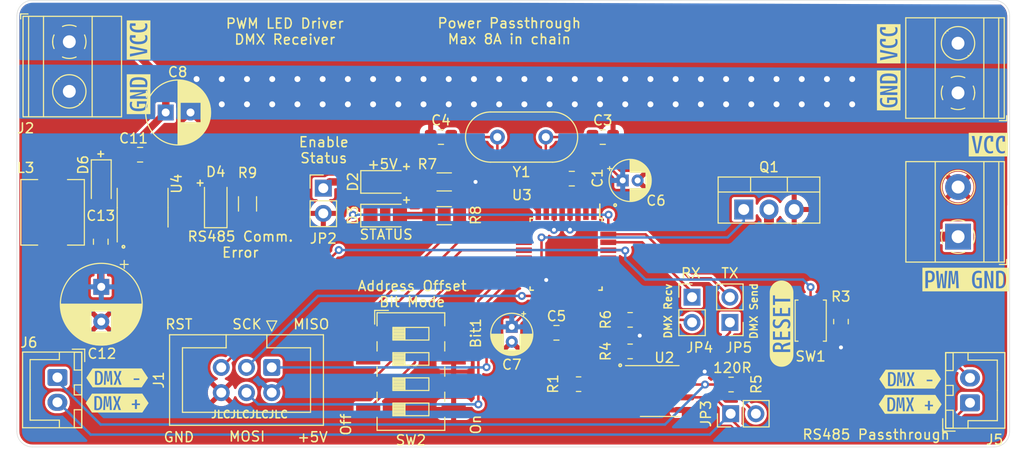
<source format=kicad_pcb>
(kicad_pcb (version 20211014) (generator pcbnew)
  (layers (0 "F.Cu" signal) (31 "B.Cu" signal) (34 "B.Paste" user) (35 "F.Paste" user) (36 "B.SilkS" user "B.Silkscreen") (37 "F.SilkS" user "F.Silkscreen") (38 "B.Mask" user) (39 "F.Mask" user) (44 "Edge.Cuts" user))
  (net 0 "")
  (net 1 "GND")
  (net 2 "VCC")
  (net 3 "LED_PWM")
  (net 4 "+5V")
  (net 5 "MOSI")
  (net 6 "SCK")
  (net 7 "MISO")
  (net 8 "RS485_DIN")
  (net 9 "RS485_DOUT")
  (net 10 "Net-(JP3-Pad2)")
  (net 11 "Net-(D2-Pad2)")
  (net 12 "Net-(D2-Pad1)")
  (net 13 "Net-(D3-Pad2)")
  (net 14 "WORKING")
  (net 15 "RS485_B")
  (net 16 "RS485_A")
  (net 17 "Net-(R4-Pad1)")
  (net 18 "Net-(D4-Pad2)")
  (net 19 "RS485_ERROR")
  (net 20 "RESET")
  (net 21 "B4")
  (net 22 "B3")
  (net 23 "B2")
  (net 24 "B1")
  (net 25 "Net-(D6-Pad1)")
  (net 28 "Net-(C3-Pad1)")
  (net 29 "Net-(C4-Pad2)")
  (net 30 "Net-(JP4-Pad1)")
  (net 31 "Net-(JP5-Pad2)")
  (net 43 "Net-(J4-Pad1)")
  (net 44 "Net-(R1-Pad1)")
  (footprint "Resistor_SMD:R_0805_2012Metric_Pad1.20x1.40mm_HandSolder" (layer "F.Cu") (at 103.01 52.371 90)
    (fp_text reference "R3" (at 2.5235 -0.013 180) (layer "F.SilkS"))
    (fp_text value "10k")
    (pad "1" smd roundrect locked (at -1 0 90) (size 1.2 1.4) (layers "F.Cu" "F.Paste" "F.Mask") (roundrect_rratio 0.2083325) (net 4 "+5V"))
    (pad "2" smd roundrect locked (at 1 0 90) (size 1.2 1.4) (layers "F.Cu" "F.Paste" "F.Mask") (roundrect_rratio 0.2083325) (net 20 "RESET"))
  )
  (footprint "Button_Switch_SMD:SW_Push_SPST_NO_Alps_SKRK" (layer "F.Cu") (at 99.96 52.271 -90)
    (fp_text reference "SW1" (at 3.609 0.011 180) (layer "F.SilkS"))
    (fp_text value "SW_SPST")
    (pad "1" smd roundrect locked (at -2.1 0 270) (size 0.8 2) (layers "F.Cu" "F.Paste" "F.Mask") (net 20 "RESET"))
    (pad "2" smd roundrect locked (at 2.1 0 270) (size 0.8 2) (layers "F.Cu" "F.Paste" "F.Mask") (net 1 "GND"))
  )
  (footprint "Package_QFP:TQFP-32_7x7mm_P0.8mm" (layer "F.Cu") (at 75.32 45.58 -90)
    (fp_text reference "U3" (at -5.956 4.454 180) (layer "F.SilkS"))
    (fp_text value "ATmega328P-AU")
    (pad "1" smd rect locked (at -4.25 -2.8 270) (size 1.6 0.55) (layers "F.Cu" "F.Paste" "F.Mask"))
    (pad "2" smd rect locked (at -4.25 -2 270) (size 1.6 0.55) (layers "F.Cu" "F.Paste" "F.Mask"))
    (pad "3" smd rect locked (at -4.25 -1.2 270) (size 1.6 0.55) (layers "F.Cu" "F.Paste" "F.Mask") (net 1 "GND"))
    (pad "4" smd rect locked (at -4.25 -0.4 270) (size 1.6 0.55) (layers "F.Cu" "F.Paste" "F.Mask") (net 4 "+5V"))
    (pad "5" smd rect locked (at -4.25 0.4 270) (size 1.6 0.55) (layers "F.Cu" "F.Paste" "F.Mask") (net 1 "GND"))
    (pad "6" smd rect locked (at -4.25 1.2 270) (size 1.6 0.55) (layers "F.Cu" "F.Paste" "F.Mask") (net 4 "+5V"))
    (pad "7" smd rect locked (at -4.25 2 270) (size 1.6 0.55) (layers "F.Cu" "F.Paste" "F.Mask") (net 28 "Net-(C3-Pad1)"))
    (pad "8" smd rect locked (at -4.25 2.8 270) (size 1.6 0.55) (layers "F.Cu" "F.Paste" "F.Mask") (net 29 "Net-(C4-Pad2)"))
    (pad "9" smd rect locked (at -2.8 4.25) (size 1.6 0.55) (layers "F.Cu" "F.Paste" "F.Mask") (net 14 "WORKING"))
    (pad "10" smd rect locked (at -2 4.25) (size 1.6 0.55) (layers "F.Cu" "F.Paste" "F.Mask") (net 24 "B1"))
    (pad "11" smd rect locked (at -1.2 4.25) (size 1.6 0.55) (layers "F.Cu" "F.Paste" "F.Mask") (net 23 "B2"))
    (pad "12" smd rect locked (at -0.4 4.25) (size 1.6 0.55) (layers "F.Cu" "F.Paste" "F.Mask") (net 22 "B3"))
    (pad "13" smd rect locked (at 0.4 4.25) (size 1.6 0.55) (layers "F.Cu" "F.Paste" "F.Mask") (net 21 "B4"))
    (pad "14" smd rect locked (at 1.2 4.25) (size 1.6 0.55) (layers "F.Cu" "F.Paste" "F.Mask") (net 3 "LED_PWM"))
    (pad "15" smd rect locked (at 2 4.25) (size 1.6 0.55) (layers "F.Cu" "F.Paste" "F.Mask") (net 5 "MOSI"))
    (pad "16" smd rect locked (at 2.8 4.25) (size 1.6 0.55) (layers "F.Cu" "F.Paste" "F.Mask") (net 7 "MISO"))
    (pad "17" smd rect locked (at 4.25 2.8 270) (size 1.6 0.55) (layers "F.Cu" "F.Paste" "F.Mask") (net 6 "SCK"))
    (pad "18" smd rect locked (at 4.25 2 270) (size 1.6 0.55) (layers "F.Cu" "F.Paste" "F.Mask") (net 4 "+5V"))
    (pad "19" smd rect locked (at 4.25 1.2 270) (size 1.6 0.55) (layers "F.Cu" "F.Paste" "F.Mask"))
    (pad "20" smd rect locked (at 4.25 0.4 270) (size 1.6 0.55) (layers "F.Cu" "F.Paste" "F.Mask"))
    (pad "21" smd rect locked (at 4.25 -0.4 270) (size 1.6 0.55) (layers "F.Cu" "F.Paste" "F.Mask") (net 1 "GND"))
    (pad "22" smd rect locked (at 4.25 -1.2 270) (size 1.6 0.55) (layers "F.Cu" "F.Paste" "F.Mask"))
    (pad "23" smd rect locked (at 4.25 -2 270) (size 1.6 0.55) (layers "F.Cu" "F.Paste" "F.Mask"))
    (pad "24" smd rect locked (at 4.25 -2.8 270) (size 1.6 0.55) (layers "F.Cu" "F.Paste" "F.Mask"))
    (pad "25" smd rect locked (at 2.8 -4.25) (size 1.6 0.55) (layers "F.Cu" "F.Paste" "F.Mask"))
    (pad "26" smd rect locked (at 2 -4.25) (size 1.6 0.55) (layers "F.Cu" "F.Paste" "F.Mask"))
    (pad "27" smd rect locked (at 1.2 -4.25) (size 1.6 0.55) (layers "F.Cu" "F.Paste" "F.Mask"))
    (pad "28" smd rect locked (at 0.4 -4.25) (size 1.6 0.55) (layers "F.Cu" "F.Paste" "F.Mask"))
    (pad "29" smd rect locked (at -0.4 -4.25) (size 1.6 0.55) (layers "F.Cu" "F.Paste" "F.Mask") (net 20 "RESET"))
    (pad "30" smd rect locked (at -1.2 -4.25) (size 1.6 0.55) (layers "F.Cu" "F.Paste" "F.Mask") (net 30 "Net-(JP4-Pad1)"))
    (pad "31" smd rect locked (at -2 -4.25) (size 1.6 0.55) (layers "F.Cu" "F.Paste" "F.Mask") (net 31 "Net-(JP5-Pad2)"))
    (pad "32" smd rect locked (at -2.8 -4.25) (size 1.6 0.55) (layers "F.Cu" "F.Paste" "F.Mask") (net 19 "RS485_ERROR"))
  )
  (footprint "Package_SO:SOIC-8_3.9x4.9mm_P1.27mm" (layer "F.Cu") (at 84.755 59.365)
    (fp_text reference "U2" (at 0.462 -3.358) (layer "F.SilkS"))
    (fp_text value "MAX485E")
    (pad "1" smd roundrect locked (at -2.475 -1.905) (size 1.95 0.6) (layers "F.Cu" "F.Paste" "F.Mask") (net 17 "Net-(R4-Pad1)"))
    (pad "2" smd roundrect locked (at -2.475 -0.635) (size 1.95 0.6) (layers "F.Cu" "F.Paste" "F.Mask") (net 44 "Net-(R1-Pad1)"))
    (pad "3" smd roundrect locked (at -2.475 0.635) (size 1.95 0.6) (layers "F.Cu" "F.Paste" "F.Mask") (net 44 "Net-(R1-Pad1)"))
    (pad "4" smd roundrect locked (at -2.475 1.905) (size 1.95 0.6) (layers "F.Cu" "F.Paste" "F.Mask") (net 8 "RS485_DIN"))
    (pad "5" smd roundrect locked (at 2.475 1.905) (size 1.95 0.6) (layers "F.Cu" "F.Paste" "F.Mask") (net 1 "GND"))
    (pad "6" smd roundrect locked (at 2.475 0.635) (size 1.95 0.6) (layers "F.Cu" "F.Paste" "F.Mask") (net 16 "RS485_A"))
    (pad "7" smd roundrect locked (at 2.475 -0.635) (size 1.95 0.6) (layers "F.Cu" "F.Paste" "F.Mask") (net 15 "RS485_B"))
    (pad "8" smd roundrect locked (at 2.475 -1.905) (size 1.95 0.6) (layers "F.Cu" "F.Paste" "F.Mask") (net 4 "+5V"))
  )
  (footprint "Connector_PinHeader_2.54mm:PinHeader_1x02_P2.54mm_Vertical" (layer "F.Cu") (at 91.9 61.65 90)
    (fp_text reference "JP3" (at 0 -2.492 90) (layer "F.SilkS"))
    (fp_text value "CON")
    (pad "1" thru_hole rect locked (at 0 0 90) (size 1.7 1.7) (drill 1) (layers *.Cu *.Mask) (net 16 "RS485_A"))
    (pad "2" thru_hole oval locked (at 0 2.54 90) (size 1.7 1.7) (drill 1) (layers *.Cu *.Mask) (net 10 "Net-(JP3-Pad2)"))
  )
  (footprint "Connector_JST:JST_XH_B2B-XH-A_1x02_P2.50mm_Vertical" (layer "F.Cu") (at 24.081 58 -90)
    (fp_text reference "J6" (at -3.517 2.872 180) (layer "F.SilkS"))
    (fp_text value "Conn_Right")
    (pad "1" thru_hole roundrect locked (at 0 0 270) (size 1.7 2) (drill 1) (layers *.Cu *.Mask) (roundrect_rratio 0.1470588235) (net 15 "RS485_B"))
    (pad "2" thru_hole oval locked (at 2.5 0 270) (size 1.7 2) (drill 1) (layers *.Cu *.Mask) (net 16 "RS485_A"))
  )
  (footprint "TerminalBlock_Phoenix:TerminalBlock_Phoenix_MKDS-1,5-2_1x02_P5.00mm_Horizontal" (layer "F.Cu") (at 25.28 24.18 -90)
    (fp_text reference "J2" (at 8.713 4.3885 180) (layer "F.SilkS"))
    (fp_text value "PWR_OUT")
    (pad "1" thru_hole rect locked (at 0 0 270) (size 2.6 2.6) (drill 1.3) (layers *.Cu *.Mask) (net 2 "VCC"))
    (pad "2" thru_hole circle locked (at 5 0 270) (size 2.6 2.6) (drill 1.3) (layers *.Cu *.Mask) (net 1 "GND"))
  )
  (footprint "TerminalBlock_Phoenix:TerminalBlock_Phoenix_MKDS-1,5-2_1x02_P5.00mm_Horizontal" (layer "F.Cu") (at 114.8 29.33 90)
    (fp_text reference "J3")
    (fp_text value "PWR_IN")
    (pad "1" thru_hole rect locked (at 0 0 90) (size 2.6 2.6) (drill 1.3) (layers *.Cu *.Mask) (net 1 "GND"))
    (pad "2" thru_hole circle locked (at 5 0 90) (size 2.6 2.6) (drill 1.3) (layers *.Cu *.Mask) (net 2 "VCC"))
  )
  (footprint "Connector_JST:JST_XH_B2B-XH-A_1x02_P2.50mm_Vertical" (layer "F.Cu") (at 116.01 60.55 90)
    (fp_text reference "J5" (at -3.712 2.481 180) (layer "F.SilkS"))
    (fp_text value "Conn_Left")
    (pad "1" thru_hole roundrect locked (at 0 0 90) (size 1.7 2) (drill 1) (layers *.Cu *.Mask) (roundrect_rratio 0.1470588235) (net 16 "RS485_A"))
    (pad "2" thru_hole oval locked (at 2.5 0 90) (size 1.7 2) (drill 1) (layers *.Cu *.Mask) (net 15 "RS485_B"))
  )
  (footprint "Resistor_SMD:R_0805_2012Metric_Pad1.20x1.40mm_HandSolder" (layer "F.Cu") (at 76.581 58.674 180)
    (fp_text reference "R1" (at 2.567 0.0335 90) (layer "F.SilkS"))
    (fp_text value "10K")
    (pad "1" smd roundrect locked (at -1 0 180) (size 1.2 1.4) (layers "F.Cu" "F.Paste" "F.Mask") (roundrect_rratio 0.2083325) (net 44 "Net-(R1-Pad1)"))
    (pad "2" smd roundrect locked (at 1 0 180) (size 1.2 1.4) (layers "F.Cu" "F.Paste" "F.Mask") (roundrect_rratio 0.2083325) (net 1 "GND"))
  )
  (footprint "Resistor_SMD:R_0805_2012Metric_Pad1.20x1.40mm_HandSolder" (layer "F.Cu") (at 91.94 58.71)
    (fp_text reference "R5" (at 2.548 -0.036 90) (layer "F.SilkS"))
    (fp_text value "120R")
    (pad "1" smd roundrect locked (at -1 0) (size 1.2 1.4) (layers "F.Cu" "F.Paste" "F.Mask") (roundrect_rratio 0.2083325) (net 15 "RS485_B"))
    (pad "2" smd roundrect locked (at 1 0) (size 1.2 1.4) (layers "F.Cu" "F.Paste" "F.Mask") (roundrect_rratio 0.2083325) (net 10 "Net-(JP3-Pad2)"))
  )
  (footprint "Capacitor_THT:CP_Radial_D4.0mm_P1.50mm" (layer "F.Cu") (at 81.026 38.1508)
    (fp_text reference "C6" (at 3.3528 2.032) (layer "F.SilkS"))
    (fp_text value "10uF")
    (pad "1" thru_hole rect locked (at 0 0) (size 1.2 1.2) (drill 0.6) (layers *.Cu *.Mask) (net 4 "+5V"))
    (pad "2" thru_hole circle locked (at 1.5 0) (size 1.2 1.2) (drill 0.6) (layers *.Cu *.Mask) (net 1 "GND"))
  )
  (footprint "Capacitor_THT:CP_Radial_D4.0mm_P1.50mm" (layer "F.Cu") (at 69.85 52.9 -90)
    (fp_text reference "C7" (at 3.8055 0 180) (layer "F.SilkS"))
    (fp_text value "10uF")
    (pad "1" thru_hole rect locked (at 0 0 270) (size 1.2 1.2) (drill 0.6) (layers *.Cu *.Mask) (net 4 "+5V"))
    (pad "2" thru_hole circle locked (at 1.5 0 270) (size 1.2 1.2) (drill 0.6) (layers *.Cu *.Mask) (net 1 "GND"))
  )
  (footprint "Resistor_SMD:R_0805_2012Metric_Pad1.20x1.40mm_HandSolder" (layer "F.Cu") (at 81.772 55.372)
    (fp_text reference "R4" (at -2.4615 -0.0045 90) (layer "F.SilkS"))
    (fp_text value "10k")
    (pad "1" smd roundrect locked (at -1 0) (size 1.2 1.4) (layers "F.Cu" "F.Paste" "F.Mask") (roundrect_rratio 0.2083325) (net 17 "Net-(R4-Pad1)"))
    (pad "2" smd roundrect locked (at 1 0) (size 1.2 1.4) (layers "F.Cu" "F.Paste" "F.Mask") (roundrect_rratio 0.2083325) (net 4 "+5V"))
  )
  (footprint "Connector_IDC:IDC-Header_2x03_P2.54mm_Vertical" (layer "F.Cu") (at 45.669 56.9875 -90)
    (fp_text reference "J1" (at 1.27 11.379 -90) (layer "F.SilkS"))
    (fp_text value "Programming_Header")
    (pad "1" thru_hole roundrect locked (at 0 0 270) (size 1.7 1.7) (drill 1) (layers *.Cu *.Mask) (roundrect_rratio 0.1470588235) (net 7 "MISO"))
    (pad "2" thru_hole circle locked (at 2.54 0 270) (size 1.7 1.7) (drill 1) (layers *.Cu *.Mask) (net 4 "+5V"))
    (pad "3" thru_hole circle locked (at 0 2.54 270) (size 1.7 1.7) (drill 1) (layers *.Cu *.Mask) (net 6 "SCK"))
    (pad "4" thru_hole circle locked (at 2.54 2.54 270) (size 1.7 1.7) (drill 1) (layers *.Cu *.Mask) (net 5 "MOSI"))
    (pad "5" thru_hole circle locked (at 0 5.08 270) (size 1.7 1.7) (drill 1) (layers *.Cu *.Mask) (net 20 "RESET"))
    (pad "6" thru_hole circle locked (at 2.54 5.08 270) (size 1.7 1.7) (drill 1) (layers *.Cu *.Mask) (net 1 "GND"))
  )
  (footprint "Capacitor_SMD:C_0805_2012Metric_Pad1.18x1.45mm_HandSolder" (layer "F.Cu") (at 75.8975 37.97 180)
    (fp_text reference "C1" (at -2.5885 0.0605 90) (layer "F.SilkS"))
    (fp_text value "100nF")
    (pad "1" smd roundrect locked (at -1.0375 0 180) (size 1.175 1.45) (layers "F.Cu" "F.Paste" "F.Mask") (roundrect_rratio 0.2127659574) (net 1 "GND"))
    (pad "2" smd roundrect locked (at 1.0375 0 180) (size 1.175 1.45) (layers "F.Cu" "F.Paste" "F.Mask") (roundrect_rratio 0.2127659574) (net 4 "+5V"))
  )
  (footprint "Resistor_SMD:R_1206_3216Metric_Pad1.30x1.75mm_HandSolder" (layer "F.Cu") (at 43.2308 40.5136 -90)
    (fp_text reference "R9" (at -3.1248 0 180) (layer "F.SilkS"))
    (fp_text value "R_LED")
    (pad "1" smd roundrect locked (at -1.55 0 270) (size 1.3 1.75) (layers "F.Cu" "F.Paste" "F.Mask") (roundrect_rratio 0.1923076923) (net 18 "Net-(D4-Pad2)"))
    (pad "2" smd roundrect locked (at 1.55 0 270) (size 1.3 1.75) (layers "F.Cu" "F.Paste" "F.Mask") (roundrect_rratio 0.1923076923) (net 19 "RS485_ERROR"))
  )
  (footprint "Button_Switch_SMD:SW_DIP_SPSTx04_Slide_6.7x11.72mm_W8.61mm_P2.54mm_LowProfile" (layer "F.Cu") (at 59.69 57.404)
    (fp_text reference "SW2" (at 0 6.9215 180) (layer "F.SilkS"))
    (fp_text value "SW_DIP_x04")
    (pad "1" smd rect locked (at -4.305 -3.81) (size 2.44 1.12) (layers "F.Cu" "F.Paste" "F.Mask") (net 24 "B1"))
    (pad "2" smd rect locked (at -4.305 -1.27) (size 2.44 1.12) (layers "F.Cu" "F.Paste" "F.Mask") (net 23 "B2"))
    (pad "3" smd rect locked (at -4.305 1.27) (size 2.44 1.12) (layers "F.Cu" "F.Paste" "F.Mask") (net 22 "B3"))
    (pad "4" smd rect locked (at -4.305 3.81) (size 2.44 1.12) (layers "F.Cu" "F.Paste" "F.Mask") (net 21 "B4"))
    (pad "5" smd rect locked (at 4.305 3.81) (size 2.44 1.12) (layers "F.Cu" "F.Paste" "F.Mask") (net 1 "GND"))
    (pad "6" smd rect locked (at 4.305 1.27) (size 2.44 1.12) (layers "F.Cu" "F.Paste" "F.Mask") (net 1 "GND"))
    (pad "7" smd rect locked (at 4.305 -1.27) (size 2.44 1.12) (layers "F.Cu" "F.Paste" "F.Mask") (net 1 "GND"))
    (pad "8" smd rect locked (at 4.305 -3.81) (size 2.44 1.12) (layers "F.Cu" "F.Paste" "F.Mask") (net 1 "GND"))
  )
  (footprint "Diode_SMD:D_1206_3216Metric_Pad1.42x1.75mm_HandSolder" (layer "F.Cu") (at 57.1 38.3)
    (fp_text reference "D2" (at -3.252 -0.0095 90) (layer "F.SilkS"))
    (fp_text value "+5V")
    (pad "1" smd roundrect locked (at -1.4875 0) (size 1.425 1.75) (layers "F.Cu" "F.Paste" "F.Mask") (roundrect_rratio 0.1754385965) (net 12 "Net-(D2-Pad1)"))
    (pad "2" smd roundrect locked (at 1.4875 0) (size 1.425 1.75) (layers "F.Cu" "F.Paste" "F.Mask") (roundrect_rratio 0.1754385965) (net 11 "Net-(D2-Pad2)"))
  )
  (footprint "Diode_SMD:D_1206_3216Metric_Pad1.42x1.75mm_HandSolder" (layer "F.Cu") (at 57.1 41.69)
    (fp_text reference "D3" (at -3.252 -0.034 90) (layer "F.SilkS"))
    (fp_text value "WORKING")
    (pad "1" smd roundrect locked (at -1.4875 0) (size 1.425 1.75) (layers "F.Cu" "F.Paste" "F.Mask") (roundrect_rratio 0.1754385965) (net 12 "Net-(D2-Pad1)"))
    (pad "2" smd roundrect locked (at 1.4875 0) (size 1.425 1.75) (layers "F.Cu" "F.Paste" "F.Mask") (roundrect_rratio 0.1754385965) (net 13 "Net-(D3-Pad2)"))
  )
  (footprint "Connector_PinHeader_2.54mm:PinHeader_1x02_P2.54mm_Vertical" (layer "F.Cu") (at 50.866 38.93)
    (fp_text reference "JP2" (at 0 5.0755) (layer "F.SilkS"))
    (fp_text value "TERM_R")
    (pad "1" thru_hole rect locked (at 0 0) (size 1.7 1.7) (drill 1) (layers *.Cu *.Mask) (net 12 "Net-(D2-Pad1)"))
    (pad "2" thru_hole oval locked (at 0 2.54) (size 1.7 1.7) (drill 1) (layers *.Cu *.Mask) (net 1 "GND"))
  )
  (footprint "Resistor_SMD:R_1206_3216Metric_Pad1.30x1.75mm_HandSolder" (layer "F.Cu") (at 63.045 38.3)
    (fp_text reference "R7" (at -1.704 -1.7875) (layer "F.SilkS"))
    (fp_text value "R_LED")
    (pad "1" smd roundrect locked (at -1.55 0) (size 1.3 1.75) (layers "F.Cu" "F.Paste" "F.Mask") (roundrect_rratio 0.1923076923) (net 11 "Net-(D2-Pad2)"))
    (pad "2" smd roundrect locked (at 1.55 0) (size 1.3 1.75) (layers "F.Cu" "F.Paste" "F.Mask") (roundrect_rratio 0.1923076923) (net 4 "+5V"))
  )
  (footprint "Resistor_SMD:R_1206_3216Metric_Pad1.30x1.75mm_HandSolder" (layer "F.Cu") (at 63.045 41.7)
    (fp_text reference "R8" (at 3.1855 -0.044 90) (layer "F.SilkS"))
    (fp_text value "R_LED")
    (pad "1" smd roundrect locked (at -1.55 0) (size 1.3 1.75) (layers "F.Cu" "F.Paste" "F.Mask") (roundrect_rratio 0.1923076923) (net 13 "Net-(D3-Pad2)"))
    (pad "2" smd roundrect locked (at 1.55 0) (size 1.3 1.75) (layers "F.Cu" "F.Paste" "F.Mask") (roundrect_rratio 0.1923076923) (net 14 "WORKING"))
  )
  (footprint "Capacitor_SMD:C_0805_2012Metric_Pad1.18x1.45mm_HandSolder" (layer "F.Cu") (at 32.4104 35.56 180)
    (fp_text reference "C11" (at 0.6604 1.651 180) (layer "F.SilkS"))
    (fp_text value "100nF")
    (pad "1" smd roundrect locked (at -1.0375 0 180) (size 1.175 1.45) (layers "F.Cu" "F.Paste" "F.Mask") (roundrect_rratio 0.2127659574) (net 1 "GND"))
    (pad "2" smd roundrect locked (at 1.0375 0 180) (size 1.175 1.45) (layers "F.Cu" "F.Paste" "F.Mask") (roundrect_rratio 0.2127659574) (net 2 "VCC"))
  )
  (footprint "Capacitor_SMD:C_0805_2012Metric_Pad1.18x1.45mm_HandSolder" (layer "F.Cu") (at 28.448 44.3269 -90)
    (fp_text reference "C13" (at -2.6201 0 180) (layer "F.SilkS"))
    (fp_text value "100nF")
    (pad "1" smd roundrect locked (at -1.0375 0 270) (size 1.175 1.45) (layers "F.Cu" "F.Paste" "F.Mask") (roundrect_rratio 0.2127659574) (net 1 "GND"))
    (pad "2" smd roundrect locked (at 1.0375 0 270) (size 1.175 1.45) (layers "F.Cu" "F.Paste" "F.Mask") (roundrect_rratio 0.2127659574) (net 4 "+5V"))
  )
  (footprint "Diode_SMD:D_SOD-123" (layer "F.Cu") (at 28.4988 38.3276 -90)
    (fp_text reference "D6" (at -1.7516 1.8288 -90) (layer "F.SilkS"))
    (fp_text value "1N5817")
    (pad "1" smd rect locked (at -1.65 0 270) (size 0.9 1.2) (layers "F.Cu" "F.Paste" "F.Mask") (net 25 "Net-(D6-Pad1)"))
    (pad "2" smd rect locked (at 1.65 0 270) (size 0.9 1.2) (layers "F.Cu" "F.Paste" "F.Mask") (net 1 "GND"))
  )
  (footprint "Inductor_SMD:L_6.3x6.3_H3" (layer "F.Cu") (at 23.5966 41.3639 -90)
    (fp_text reference "L3" (at -4.4831 2.7178 180) (layer "F.SilkS"))
    (fp_text value "L_Small")
    (pad "1" smd rect locked (at -2.75 0 270) (size 1.5 2.4) (layers "F.Cu" "F.Paste" "F.Mask") (net 25 "Net-(D6-Pad1)"))
    (pad "2" smd rect locked (at 2.75 0 270) (size 1.5 2.4) (layers "F.Cu" "F.Paste" "F.Mask") (net 4 "+5V"))
  )
  (footprint "Package_SO:SOIC-8_3.9x4.9mm_P1.27mm" (layer "F.Cu") (at 32.6644 40.894 90)
    (fp_text reference "U4" (at 2.4145 3.429 270) (layer "F.SilkS"))
    (fp_text value "LM2594HVM-5.0")
    (pad "1" smd roundrect locked (at -2.475 -1.905 90) (size 1.95 0.6) (layers "F.Cu" "F.Paste" "F.Mask"))
    (pad "2" smd roundrect locked (at -2.475 -0.635 90) (size 1.95 0.6) (layers "F.Cu" "F.Paste" "F.Mask"))
    (pad "3" smd roundrect locked (at -2.475 0.635 90) (size 1.95 0.6) (layers "F.Cu" "F.Paste" "F.Mask"))
    (pad "4" smd roundrect locked (at -2.475 1.905 90) (size 1.95 0.6) (layers "F.Cu" "F.Paste" "F.Mask") (net 4 "+5V"))
    (pad "5" smd roundrect locked (at 2.475 1.905 90) (size 1.95 0.6) (layers "F.Cu" "F.Paste" "F.Mask") (net 1 "GND"))
    (pad "6" smd roundrect locked (at 2.475 0.635 90) (size 1.95 0.6) (layers "F.Cu" "F.Paste" "F.Mask") (net 1 "GND"))
    (pad "7" smd roundrect locked (at 2.475 -0.635 90) (size 1.95 0.6) (layers "F.Cu" "F.Paste" "F.Mask") (net 2 "VCC"))
    (pad "8" smd roundrect locked (at 2.475 -1.905 90) (size 1.95 0.6) (layers "F.Cu" "F.Paste" "F.Mask") (net 25 "Net-(D6-Pad1)"))
  )
  (footprint "Resistor_SMD:R_0805_2012Metric_Pad1.20x1.40mm_HandSolder" (layer "F.Cu") (at 81.772 52.197)
    (fp_text reference "R6" (at -2.4615 -0.032 90) (layer "F.SilkS"))
    (fp_text value "10k")
    (pad "1" smd roundrect locked (at -1 0) (size 1.2 1.4) (layers "F.Cu" "F.Paste" "F.Mask") (roundrect_rratio 0.2083325) (net 17 "Net-(R4-Pad1)"))
    (pad "2" smd roundrect locked (at 1 0) (size 1.2 1.4) (layers "F.Cu" "F.Paste" "F.Mask") (roundrect_rratio 0.2083325) (net 9 "RS485_DOUT"))
  )
  (footprint "Capacitor_THT:CP_Radial_D6.3mm_P2.50mm" (layer "F.Cu") (at 34.9885 31.3055)
    (fp_text reference "C8" (at 1.2065 -4.064) (layer "F.SilkS"))
    (fp_text value "100uF")
    (pad "1" thru_hole rect locked (at 0 0) (size 1.6 1.6) (drill 0.8) (layers *.Cu *.Mask) (net 2 "VCC"))
    (pad "2" thru_hole circle locked (at 2.5 0) (size 1.6 1.6) (drill 0.8) (layers *.Cu *.Mask) (net 1 "GND"))
  )
  (footprint "Capacitor_THT:CP_Radial_D8.0mm_P3.50mm" (layer "F.Cu") (at 28.4988 48.8696 -90)
    (fp_text reference "C12" (at 6.731 -0.0635) (layer "F.SilkS"))
    (fp_text value "120uF")
    (pad "1" thru_hole rect locked (at 0 0 270) (size 1.6 1.6) (drill 0.8) (layers *.Cu *.Mask) (net 4 "+5V"))
    (pad "2" thru_hole circle locked (at 3.5 0 270) (size 1.6 1.6) (drill 0.8) (layers *.Cu *.Mask) (net 1 "GND"))
  )
  (footprint "Crystal:Crystal_HC49-U_Vertical" (layer "F.Cu") (at 73.279 33.782 180)
    (fp_text reference "Y1" (at 2.44 -3.525) (layer "F.SilkS"))
    (fp_text value "Crystal_Small")
    (pad "1" thru_hole circle locked (at 0 0 180) (size 1.5 1.5) (drill 0.8) (layers *.Cu *.Mask) (net 28 "Net-(C3-Pad1)"))
    (pad "2" thru_hole circle locked (at 4.88 0 180) (size 1.5 1.5) (drill 0.8) (layers *.Cu *.Mask) (net 29 "Net-(C4-Pad2)"))
  )
  (footprint "Capacitor_SMD:C_0805_2012Metric_Pad1.18x1.45mm_HandSolder" (layer "F.Cu") (at 79.0155 33.782)
    (fp_text reference "C3" (at 0 -1.68) (layer "F.SilkS"))
    (fp_text value "22pF")
    (pad "1" smd roundrect locked (at -1.0375 0) (size 1.175 1.45) (layers "F.Cu" "F.Paste" "F.Mask") (roundrect_rratio 0.2127659574) (net 28 "Net-(C3-Pad1)"))
    (pad "2" smd roundrect locked (at 1.0375 0) (size 1.175 1.45) (layers "F.Cu" "F.Paste" "F.Mask") (roundrect_rratio 0.2127659574) (net 1 "GND"))
  )
  (footprint "Capacitor_SMD:C_0805_2012Metric_Pad1.18x1.45mm_HandSolder" (layer "F.Cu") (at 62.7165 33.782)
    (fp_text reference "C4" (at 0 -1.68) (layer "F.SilkS"))
    (fp_text value "22pF")
    (pad "1" smd roundrect locked (at -1.0375 0) (size 1.175 1.45) (layers "F.Cu" "F.Paste" "F.Mask") (roundrect_rratio 0.2127659574) (net 1 "GND"))
    (pad "2" smd roundrect locked (at 1.0375 0) (size 1.175 1.45) (layers "F.Cu" "F.Paste" "F.Mask") (roundrect_rratio 0.2127659574) (net 29 "Net-(C4-Pad2)"))
  )
  (footprint "Connector_PinHeader_2.54mm:PinHeader_1x02_P2.54mm_Vertical" (layer "F.Cu") (at 88.011 49.911)
    (fp_text reference "JP4" (at 0.762 5.08) (layer "F.SilkS"))
    (fp_text value "CON")
    (pad "1" thru_hole rect locked (at 0 0) (size 1.7 1.7) (drill 1) (layers *.Cu *.Mask) (net 30 "Net-(JP4-Pad1)"))
    (pad "2" thru_hole oval locked (at 0 2.54) (size 1.7 1.7) (drill 1) (layers *.Cu *.Mask) (net 9 "RS485_DOUT"))
  )
  (footprint "Connector_PinHeader_2.54mm:PinHeader_1x02_P2.54mm_Vertical" (layer "F.Cu") (at 91.821 52.451 180)
    (fp_text reference "JP5" (at -0.889 -2.54) (layer "F.SilkS"))
    (fp_text value "CON")
    (pad "1" thru_hole rect locked (at 0 0 180) (size 1.7 1.7) (drill 1) (layers *.Cu *.Mask) (net 8 "RS485_DIN"))
    (pad "2" thru_hole oval locked (at 0 2.54 180) (size 1.7 1.7) (drill 1) (layers *.Cu *.Mask) (net 31 "Net-(JP5-Pad2)"))
  )
  (footprint "TerminalBlock_Phoenix:TerminalBlock_Phoenix_MKDS-1,5-2_1x02_P5.00mm_Horizontal" (layer "F.Cu") (at 114.808 43.815 90)
    (fp_text reference "J4")
    (fp_text value "LED_OUT")
    (pad "1" thru_hole rect locked (at 0 0 90) (size 2.6 2.6) (drill 1.3) (layers *.Cu *.Mask) (net 43 "Net-(J4-Pad1)"))
    (pad "2" thru_hole circle locked (at 5 0 90) (size 2.6 2.6) (drill 1.3) (layers *.Cu *.Mask) (net 2 "VCC"))
  )
  (footprint "Capacitor_SMD:C_0805_2012Metric_Pad1.18x1.45mm_HandSolder" (layer "F.Cu") (at 74.35 53.5)
    (fp_text reference "C5" (at 0 -1.68) (layer "F.SilkS"))
    (fp_text value "100nF")
    (pad "1" smd roundrect locked (at -1.0375 0) (size 1.175 1.45) (layers "F.Cu" "F.Paste" "F.Mask") (roundrect_rratio 0.2127659574) (net 4 "+5V"))
    (pad "2" smd roundrect locked (at 1.0375 0) (size 1.175 1.45) (layers "F.Cu" "F.Paste" "F.Mask") (roundrect_rratio 0.2127659574) (net 1 "GND"))
  )
  (footprint "Diode_SMD:D_1206_3216Metric_Pad1.42x1.75mm_HandSolder" (layer "F.Cu") (at 40.0304 40.4511 90)
    (fp_text reference "D4" (at 3.1639 0 180) (layer "F.SilkS"))
    (fp_text value "RS485_ERROR")
    (pad "1" smd roundrect locked (at -1.4875 0 90) (size 1.425 1.75) (layers "F.Cu" "F.Paste" "F.Mask") (roundrect_rratio 0.1754385965) (net 1 "GND"))
    (pad "2" smd roundrect locked (at 1.4875 0 90) (size 1.425 1.75) (layers "F.Cu" "F.Paste" "F.Mask") (roundrect_rratio 0.1754385965) (net 18 "Net-(D4-Pad2)"))
  )
  (footprint "kibuzzard-63E8252B" (layer "F.Cu") (at 97.028 52.578 90)
    (fp_text reference "kibuzzard-63E8252B" hide)
    (fp_text value "G***" hide)
  )
  (footprint "kibuzzard-63E822E4" (layer "F.Cu") (at 117.856 34.544)
    (fp_text reference "kibuzzard-63E822E4" hide)
    (fp_text value "G***" hide)
  )
  (footprint "kibuzzard-63E8237A" (layer "F.Cu") (at 30.099 60.579)
    (fp_text reference "kibuzzard-63E8237A" hide)
    (fp_text value "G***" hide)
  )
  (footprint "kibuzzard-63E8231D" (layer "F.Cu") (at 107.823 29.083 90)
    (fp_text reference "kibuzzard-63E8231D" hide)
    (fp_text value "G***" hide)
  )
  (footprint "kibuzzard-63E8236A" (layer "F.Cu") (at 30.099 58.039)
    (fp_text reference "kibuzzard-63E8236A" hide)
    (fp_text value "G***" hide)
  )
  (footprint "kibuzzard-63E8236A" (layer "F.Cu") (at 109.982 58.166)
    (fp_text reference "kibuzzard-63E8236A" hide)
    (fp_text value "G***" hide)
  )
  (footprint "kibuzzard-63E8231D" (layer "F.Cu") (at 32.258 29.464 90)
    (fp_text reference "kibuzzard-63E8231D" hide)
    (fp_text value "G***" hide)
  )
  (footprint "kibuzzard-63E8237A" (layer "F.Cu") (at 109.982 60.706)
    (fp_text reference "kibuzzard-63E8237A" hide)
    (fp_text value "G***" hide)
  )
  (footprint "kibuzzard-63E822E4" (layer "F.Cu") (at 107.823 24.384 90)
    (fp_text reference "kibuzzard-63E822E4" hide)
    (fp_text value "G***" hide)
  )
  (footprint "kibuzzard-63E822E4" (layer "F.Cu") (at 32.258 24.003 90)
    (fp_text reference "kibuzzard-63E822E4" hide)
    (fp_text value "G***" hide)
  )
  (footprint "Package_TO_SOT_THT:TO-220-3_Vertical" (layer "F.Cu") (at 93.218 41.077)
    (fp_text reference "Q1" (at 2.54 -4.27) (layer "F.SilkS"))
    (fp_text value "IRLZ44N")
    (pad "1" thru_hole rect (at 0 0) (size 1.905 2) (drill 1.1) (layers *.Cu *.Mask) (net 3 "LED_PWM"))
    (pad "2" thru_hole oval (at 2.54 0) (size 1.905 2) (drill 1.1) (layers *.Cu *.Mask) (net 43 "Net-(J4-Pad1)"))
    (pad "3" thru_hole oval (at 5.08 0) (size 1.905 2) (drill 1.1) (layers *.Cu *.Mask) (net 1 "GND"))
  )
  (footprint "kibuzzard-63E822D9" (layer "F.Cu") (at 115.57 48.133)
    (fp_text reference "kibuzzard-63E822D9" hide)
    (fp_text value "G***" hide)
  )
  (gr_circle (center 80.772 56.769) (end 80.899 56.769) (layer "F.SilkS") (width 0.15) (fill none))
  (gr_circle (center 30.734 44.831) (end 30.861 44.831) (layer "F.SilkS") (width 0.15) (fill none))
  (gr_circle (center 80.264 40.64) (end 80.391 40.64) (layer "F.SilkS") (width 0.15) (fill none))
  (gr_line (start 21.57 65) (end 118.4252 65) (layer "Edge.Cuts") (width 0.05))
  (gr_line (start 20 21.5748) (end 19.9952 63.4252) (layer "Edge.Cuts") (width 0.05))
  (gr_arc (start 20 21.5748) (mid 20.461248 20.461248) (end 21.5748 20) (layer "Edge.Cuts") (width 0.05))
  (gr_line (start 21.5748 20) (end 118.4252 20) (layer "Edge.Cuts") (width 0.05))
  (gr_arc (start 21.57 65) (mid 20.456448 64.538752) (end 19.9952 63.4252) (layer "Edge.Cuts") (width 0.05))
  (gr_arc (start 118.4252 20) (mid 119.538752 20.461248) (end 120 21.5748) (layer "Edge.Cuts") (width 0.05))
  (gr_line (start 120 21.5748) (end 120 63.4252) (layer "Edge.Cuts") (width 0.05))
  (gr_arc (start 120 63.4252) (mid 119.538752 64.538752) (end 118.4252 65) (layer "Edge.Cuts") (width 0.05))
  (gr_text "120R" (at 92.07 57.03) (layer "F.SilkS") (effects (font (size 1 1))))
  (gr_text "MISO" (at 49.657 52.6415) (layer "F.SilkS") (effects (font (size 1 1))))
  (gr_text "SCK" (at 43.18 52.6415) (layer "F.SilkS") (effects (font (size 1 1))))
  (gr_text "RST" (at 36.322 52.6415) (layer "F.SilkS") (effects (font (size 1 1))))
  (gr_text "GND" (at 36.322 64.008) (layer "F.SilkS") (effects (font (size 1 1))))
  (gr_text "MOSI" (at 43.18 63.9445) (layer "F.SilkS") (effects (font (size 1 1))))
  (gr_text "+5V" (at 49.784 64.008) (layer "F.SilkS") (effects (font (size 1 1))))
  (gr_text "PWM LED Driver\nDMX Receiver" (at 46.99 23.15) (layer "F.SilkS") (effects (font (size 1 1))))
  (gr_text "Power Passthrough\nMax 8A in chain" (at 69.596 23.114) (layer "F.SilkS") (effects (font (size 1 1))))
  (gr_text "RS485 Passthrough" (at 106.55 63.75) (layer "F.SilkS") (effects (font (size 1 1))))
  (gr_text "RS485 Comm.\nError" (at 42.512 44.61) (layer "F.SilkS") (effects (font (size 1 1))))
  (gr_text "Address Offset\nBit Mode" (at 59.817 49.5935) (layer "F.SilkS") (effects (font (size 1 1))))
  (gr_text "Off" (at 53.1495 62.738 90) (layer "F.SilkS") (effects (font (size 1 1))))
  (gr_text "On" (at 66.2305 62.738 90) (layer "F.SilkS") (effects (font (size 1 1))))
  (gr_text "+5V" (at 56.8325 36.5125) (layer "F.SilkS") (effects (font (size 1 1))))
  (gr_text "STATUS" (at 57.2 43.6) (layer "F.SilkS") (effects (font (size 1 1))))
  (gr_text "Enable\nStatus" (at 50.911 35.1) (layer "F.SilkS") (effects (font (size 1 1))))
  (gr_text "DMX Send" (at 94.234 51.308 90) (layer "F.SilkS") (effects (font (size 0.75 0.75))))
  (gr_text "DMX Recv" (at 85.598 51.308 90) (layer "F.SilkS") (effects (font (size 0.75 0.75))))
  (gr_text "RX" (at 87.884 47.498) (layer "F.SilkS") (effects (font (size 1 1))))
  (gr_text "TX" (at 91.821 47.498) (layer "F.SilkS") (effects (font (size 1 1))))
  (gr_text "+" (at 59.2455 36.703) (layer "F.SilkS") (effects (font (size 0.75 0.75))))
  (gr_text "+" (at 59.2455 40.0685) (layer "F.SilkS") (effects (font (size 0.75 0.75))))
  (gr_text "+" (at 38.4556 38.354) (layer "F.SilkS") (effects (font (size 0.75 0.75))))
  (gr_text "+" (at 28.448 35.433) (layer "F.SilkS") (effects (font (size 0.75 0.75))))
  (gr_text "JLCJLCJLCJLC" (at 43.434 61.722) (layer "F.SilkS") (effects (font (size 0.75 0.75))))
  (gr_text "Bit1" (at 66.2305 53.5305 90) (layer "F.SilkS") (effects (font (size 1 1))))
  (segment (start 33.4479 38.2705) (end 33.2994 38.419) (width 0.75) (layer "F.Cu") (net 1))
  (segment (start 33.4479 35.56) (end 33.4479 38.2705) (width 0.75) (layer "F.Cu") (net 1))
  (via (at 40.64 30.48) (size 1) (drill 0.6) (layers "F.Cu" "B.Cu") (net 1))
  (via (at 78.74 30.48) (size 1) (drill 0.6) (layers "F.Cu" "B.Cu") (net 1))
  (via (at 48.26 30.48) (size 1) (drill 0.6) (layers "F.Cu" "B.Cu") (net 1))
  (via (at 43.18 30.48) (size 1) (drill 0.6) (layers "F.Cu" "B.Cu") (net 1))
  (via (at 55.88 30.48) (size 1) (drill 0.6) (layers "F.Cu" "B.Cu") (net 1))
  (via (at 86.36 30.48) (size 1) (drill 0.6) (layers "F.Cu" "B.Cu") (net 1))
  (via (at 86.36 27.94) (size 1) (drill 0.6) (layers "F.Cu" "B.Cu") (net 1))
  (via (at 91.44 30.48) (size 1) (drill 0.6) (layers "F.Cu" "B.Cu") (net 1))
  (via (at 55.88 27.94) (size 1) (drill 0.6) (layers "F.Cu" "B.Cu") (net 1))
  (via (at 104.14 27.94) (size 1) (drill 0.6) (layers "F.Cu" "B.Cu") (net 1))
  (via (at 99.06 27.94) (size 1) (drill 0.6) (layers "F.Cu" "B.Cu") (net 1))
  (via (at 68.58 30.48) (size 1) (drill 0.6) (layers "F.Cu" "B.Cu") (net 1))
  (via (at 60.96 27.94) (size 1) (drill 0.6) (layers "F.Cu" "B.Cu") (net 1))
  (via (at 76.2 30.48) (size 1) (drill 0.6) (layers "F.Cu" "B.Cu") (net 1))
  (via (at 81.28 30.48) (size 1) (drill 0.6) (layers "F.Cu" "B.Cu") (net 1))
  (via (at 40.64 27.94) (size 1) (drill 0.6) (layers "F.Cu" "B.Cu") (net 1))
  (via (at 101.6 30.48) (size 1) (drill 0.6) (layers "F.Cu" "B.Cu") (net 1))
  (via (at 43.18 27.94) (size 1) (drill 0.6) (layers "F.Cu" "B.Cu") (net 1))
  (via (at 99.06 30.48) (size 1) (drill 0.6) (layers "F.Cu" "B.Cu") (net 1))
  (via (at 83.82 30.48) (size 1) (drill 0.6) (layers "F.Cu" "B.Cu") (net 1))
  (via (at 53.34 27.94) (size 1) (drill 0.6) (layers "F.Cu" "B.Cu") (net 1))
  (via (at 58.42 30.48) (size 1) (drill 0.6) (layers "F.Cu" "B.Cu") (net 1))
  (via (at 71.12 27.94) (size 1) (drill 0.6) (layers "F.Cu" "B.Cu") (net 1))
  (via (at 38.1 27.94) (size 1) (drill 0.6) (layers "F.Cu" "B.Cu") (net 1))
  (via (at 68.58 27.94) (size 1) (drill 0.6) (layers "F.Cu" "B.Cu") (net 1))
  (via (at 73.66 30.48) (size 1) (drill 0.6) (layers "F.Cu" "B.Cu") (net 1))
  (via (at 73.66 27.94) (size 1) (drill 0.6) (layers "F.Cu" "B.Cu") (net 1))
  (via (at 101.6 27.94) (size 1) (drill 0.6) (layers "F.Cu" "B.Cu") (net 1))
  (via (at 88.9 27.94) (size 1) (drill 0.6) (layers "F.Cu" "B.Cu") (net 1))
  (via (at 63.5 27.94) (size 1) (drill 0.6) (layers "F.Cu" "B.Cu") (net 1))
  (via (at 76.2 27.94) (size 1) (drill 0.6) (layers "F.Cu" "B.Cu") (net 1))
  (via (at 91.44 27.94) (size 1) (drill 0.6) (layers "F.Cu" "B.Cu") (net 1))
  (via (at 45.72 30.48) (size 1) (drill 0.6) (layers "F.Cu" "B.Cu") (net 1))
  (via (at 58.42 27.94) (size 1) (drill 0.6) (layers "F.Cu" "B.Cu") (net 1))
  (via (at 50.8 27.94) (size 1) (drill 0.6) (layers "F.Cu" "B.Cu") (net 1))
  (via (at 53.34 30.48) (size 1) (drill 0.6) (layers "F.Cu" "B.Cu") (net 1))
  (via (at 81.28 27.94) (size 1) (drill 0.6) (layers "F.Cu" "B.Cu") (net 1))
  (via (at 96.52 30.48) (size 1) (drill 0.6) (layers "F.Cu" "B.Cu") (net 1))
  (via (at 45.72 27.94) (size 1) (drill 0.6) (layers "F.Cu" "B.Cu") (net 1))
  (via (at 63.5 30.48) (size 1) (drill 0.6) (layers "F.Cu" "B.Cu") (net 1))
  (via (at 104.14 30.48) (size 1) (drill 0.6) (layers "F.Cu" "B.Cu") (net 1))
  (via (at 83.82 27.94) (size 1) (drill 0.6) (layers "F.Cu" "B.Cu") (net 1))
  (via (at 66.04 30.48) (size 1) (drill 0.6) (layers "F.Cu" "B.Cu") (net 1))
  (via (at 50.8 30.48) (size 1) (drill 0.6) (layers "F.Cu" "B.Cu") (net 1))
  (via (at 60.96 30.48) (size 1) (drill 0.6) (layers "F.Cu" "B.Cu") (net 1))
  (via (at 96.52 27.94) (size 1) (drill 0.6) (layers "F.Cu" "B.Cu") (net 1))
  (via (at 48.26 27.94) (size 1) (drill 0.6) (layers "F.Cu" "B.Cu") (net 1))
  (via (at 71.12 30.48) (size 1) (drill 0.6) (layers "F.Cu" "B.Cu") (net 1))
  (via (at 93.98 30.48) (size 1) (drill 0.6) (layers "F.Cu" "B.Cu") (net 1))
  (via (at 78.74 27.94) (size 1) (drill 0.6) (layers "F.Cu" "B.Cu") (net 1))
  (via (at 88.9 30.48) (size 1) (drill 0.6) (layers "F.Cu" "B.Cu") (net 1))
  (via (at 93.98 27.94) (size 1) (drill 0.6) (layers "F.Cu" "B.Cu") (net 1))
  (via (at 66.04 27.94) (size 1) (drill 0.6) (layers "F.Cu" "B.Cu") (net 1))
  (segment (start 32.0294 36.2165) (end 31.3729 35.56) (width 0.75) (layer "F.Cu") (net 2))
  (segment (start 31.3729 35.56) (end 31.3729 34.9211) (width 0.75) (layer "F.Cu") (net 2))
  (segment (start 30.851002 24.18) (end 35.0012 28.330198) (width 0.75) (layer "F.Cu") (net 2))
  (segment (start 31.3729 34.9211) (end 34.9885 31.3055) (width 0.75) (layer "F.Cu") (net 2))
  (segment (start 35.0012 28.330198) (end 35.0012 31.2928) (width 0.75) (layer "F.Cu") (net 2))
  (segment (start 35.0012 31.2928) (end 34.9885 31.3055) (width 0.75) (layer "F.Cu") (net 2))
  (segment (start 32.0294 38.419) (end 32.0294 36.2165) (width 0.75) (layer "F.Cu") (net 2))
  (segment (start 25.28 24.18) (end 30.851002 24.18) (width 0.75) (layer "F.Cu") (net 2))
  (segment (start 114.5502 38.5572) (end 114.808 38.815) (width 0.75) (layer "B.Cu") (net 2))
  (segment (start 72.12 46.78) (end 72.8472 46.0528) (width 0.25) (layer "F.Cu") (net 3))
  (segment (start 71.07 46.78) (end 72.12 46.78) (width 0.25) (layer "F.Cu") (net 3))
  (segment (start 72.8472 46.0528) (end 72.8472 43.8912) (width 0.25) (layer "F.Cu") (net 3))
  (via (at 72.8472 43.8912) (size 0.8) (drill 0.4) (layers "F.Cu" "B.Cu") (net 3))
  (segment (start 72.8472 43.8912) (end 91.5924 43.8912) (width 0.25) (layer "B.Cu") (net 3))
  (segment (start 93.218 42.2656) (end 93.218 41.077) (width 0.25) (layer "B.Cu") (net 3))
  (segment (start 91.5924 43.8912) (end 93.218 42.2656) (width 0.25) (layer "B.Cu") (net 3))
  (segment (start 64.595 38.3) (end 66.2 38.3) (width 0.75) (layer "F.Cu") (net 4))
  (segment (start 73.32 53.4925) (end 73.3125 53.5) (width 0.25) (layer "F.Cu") (net 4))
  (segment (start 87.23 57.46) (end 89.225 57.46) (width 0.25) (layer "F.Cu") (net 4))
  (segment (start 89.225 57.46) (end 89.281 57.404) (width 0.25) (layer "F.Cu") (net 4))
  (segment (start 74.12 43.11) (end 74.1 43.13) (width 0.25) (layer "F.Cu") (net 4))
  (segment (start 69.85 52.85) (end 71.07 51.63) (width 0.25) (layer "F.Cu") (net 4))
  (segment (start 28.448 45.3644) (end 34.2392 45.3644) (width 0.75) (layer "F.Cu") (net 4))
  (segment (start 75.72 41.33) (end 75.72 39.58) (width 0.25) (layer "F.Cu") (net 4))
  (segment (start 28.448 48.8188) (end 28.4988 48.8696) (width 0.75) (layer "F.Cu") (net 4))
  (segment (start 79.4004 36.5252) (end 81.026 38.1508) (width 0.25) (layer "F.Cu") (net 4))
  (segment (start 74.86 37.408) (end 75.7428 36.5252) (width 0.25) (layer "F.Cu") (net 4))
  (segment (start 69.85 52.9) (end 69.85 52.85) (width 0.25) (layer "F.Cu") (net 4))
  (segment (start 24.8471 45.3644) (end 23.5966 44.1139) (width 0.75) (layer "F.Cu") (net 4))
  (segment (start 74.12 41.33) (end 74.12 38.71) (width 0.25) (layer "F.Cu") (net 4))
  (segment (start 73.32 51.63) (end 73.32 53.4925) (width 0.25) (layer "F.Cu") (net 4))
  (segment (start 73.32 49.83) (end 73.32 48.18) (width 0.25) (layer "F.Cu") (net 4))
  (segment (start 82.772 55.372) (end 82.772 53.816) (width 0.25) (layer "F.Cu") (net 4))
  (segment (start 75.72 43.1) (end 75.71 43.11) (width 0.25) (layer "F.Cu") (net 4))
  (segment (start 82.772 53.816) (end 82.7405 53.7845) (width 0.25) (layer "F.Cu") (net 4))
  (segment (start 75.72 41.33) (end 75.72 43.1) (width 0.25) (layer "F.Cu") (net 4))
  (segment (start 103.01 53.371) (end 103.01 54.971) (width 0.25) (layer "F.Cu") (net 4))
  (segment (start 34.2392 45.3644) (end 34.5694 45.0342) (width 0.75) (layer "F.Cu") (net 4))
  (segment (start 75.72 38.83) (end 74.86 37.97) (width 0.25) (layer "F.Cu") (net 4))
  (segment (start 28.448 45.3644) (end 24.8471 45.3644) (width 0.75) (layer "F.Cu") (net 4))
  (segment (start 74.86 37.97) (end 74.86 37.408) (width 0.25) (layer "F.Cu") (net 4))
  (segment (start 28.448 45.3644) (end 28.448 48.8188) (width 0.75) (layer "F.Cu") (net 4))
  (segment (start 75.72 39.58) (end 75.72 38.83) (width 0.25) (layer "F.Cu") (net 4))
  (segment (start 71.07 51.63) (end 73.32 51.63) (width 0.25) (layer "F.Cu") (net 4))
  (segment (start 75.7428 36.5252) (end 79.4004 36.5252) (width 0.25) (layer "F.Cu") (net 4))
  (segment (start 34.5694 45.0342) (end 34.5694 43.369) (width 0.75) (layer "F.Cu") (net 4))
  (segment (start 73.32 49.83) (end 73.32 51.63) (width 0.25) (layer "F.Cu") (net 4))
  (segment (start 74.12 38.71) (end 74.86 37.97) (width 0.25) (layer "F.Cu") (net 4))
  (segment (start 74.12 41.33) (end 74.12 43.11) (width 0.25) (layer "F.Cu") (net 4))
  (via (at 103.01 54.971) (size 0.8) (drill 0.4) (layers "F.Cu" "B.Cu") (net 4))
  (via (at 75.71 43.11) (size 0.8) (drill 0.4) (layers "F.Cu" "B.Cu") (net 4))
  (via (at 73.32 48.18) (size 0.8) (drill 0.4) (layers "F.Cu" "B.Cu") (net 4))
  (via (at 82.7405 53.7845) (size 0.8) (drill 0.4) (layers "F.Cu" "B.Cu") (net 4))
  (via (at 89.281 57.404) (size 0.8) (drill 0.4) (layers "F.Cu" "B.Cu") (net 4))
  (via (at 74.1 43.13) (size 0.8) (drill 0.4) (layers "F.Cu" "B.Cu") (net 4))
  (via (at 66.2 38.3) (size 0.8) (drill 0.4) (layers "F.Cu" "B.Cu") (net 4))
  (segment (start 66.4845 50.292) (end 69.1965 47.58) (width 0.25) (layer "F.Cu") (net 5))
  (segment (start 69.1965 47.58) (end 71.07 47.58) (width 0.25) (layer "F.Cu") (net 5))
  (segment (start 66.4845 60.706) (end 66.4845 50.292) (width 0.25) (layer "F.Cu") (net 5))
  (via (at 66.4845 60.706) (size 0.8) (drill 0.4) (layers "F.Cu" "B.Cu") (net 5))
  (segment (start 43.129 59.5275) (end 44.3075 60.706) (width 0.25) (layer "B.Cu") (net 5))
  (segment (start 44.3075 60.706) (end 66.4845 60.706) (width 0.25) (layer "B.Cu") (net 5))
  (segment (start 70.866 49.784) (end 72.474 49.784) (width 0.25) (layer "F.Cu") (net 6))
  (segment (start 72.474 49.784) (end 72.52 49.83) (width 0.25) (layer "F.Cu") (net 6))
  (via (at 70.866 49.784) (size 0.8) (drill 0.4) (layers "F.Cu" "B.Cu") (net 6))
  (segment (start 50.3325 49.784) (end 70.866 49.784) (width 0.25) (layer "B.Cu") (net 6))
  (segment (start 43.129 56.9875) (end 50.3325 49.784) (width 0.25) (layer "B.Cu") (net 6))
  (segment (start 69.4125 48.38) (end 71.07 48.38) (width 0.25) (layer "F.Cu") (net 7))
  (segment (start 67.31 50.4825) (end 69.4125 48.38) (width 0.25) (layer "F.Cu") (net 7))
  (segment (start 67.31 56.9595) (end 67.31 50.4825) (width 0.25) (layer "F.Cu") (net 7))
  (via (at 67.31 56.9595) (size 0.8) (drill 0.4) (layers "F.Cu" "B.Cu") (net 7))
  (segment (start 45.669 56.9875) (end 67.282 56.9875) (width 0.25) (layer "B.Cu") (net 7))
  (segment (start 67.282 56.9875) (end 67.31 56.9595) (width 0.25) (layer "B.Cu") (net 7))
  (segment (start 91.821 53.467) (end 91.821 52.451) (width 0.25) (layer "F.Cu") (net 8))
  (segment (start 86.233 54.356) (end 90.932 54.356) (width 0.25) (layer "F.Cu") (net 8))
  (segment (start 83.947 60.579) (end 83.947 56.642) (width 0.25) (layer "F.Cu") (net 8))
  (segment (start 83.947 56.642) (end 86.233 54.356) (width 0.25) (layer "F.Cu") (net 8))
  (segment (start 82.28 61.27) (end 83.256 61.27) (width 0.25) (layer "F.Cu") (net 8))
  (segment (start 83.256 61.27) (end 83.947 60.579) (width 0.25) (layer "F.Cu") (net 8))
  (segment (start 90.932 54.356) (end 91.821 53.467) (width 0.25) (layer "F.Cu") (net 8))
  (segment (start 82.772 52.197) (end 87.757 52.197) (width 0.25) (layer "F.Cu") (net 9))
  (segment (start 87.757 52.197) (end 88.011 52.451) (width 0.25) (layer "F.Cu") (net 9))
  (segment (start 94.44 61.65) (end 92.94 60.15) (width 0.25) (layer "F.Cu") (net 10))
  (segment (start 92.94 60.15) (end 92.94 58.71) (width 0.25) (layer "F.Cu") (net 10))
  (segment (start 58.5875 38.3) (end 61.495 38.3) (width 0.75) (layer "F.Cu") (net 11))
  (segment (start 55.6125 41.69) (end 55.6125 38.3) (width 0.75) (layer "F.Cu") (net 12))
  (segment (start 51.496 38.3) (end 50.866 38.93) (width 0.75) (layer "F.Cu") (net 12))
  (segment (start 55.6125 38.3) (end 51.496 38.3) (width 0.75) (layer "F.Cu") (net 12))
  (segment (start 58.5875 41.69) (end 61.485 41.69) (width 0.75) (layer "F.Cu") (net 13))
  (segment (start 61.485 41.69) (end 61.495 41.7) (width 0.75) (layer "F.Cu") (net 13))
  (segment (start 71.07 42.78) (end 65.675 42.78) (width 0.25) (layer "F.Cu") (net 14))
  (segment (start 65.675 42.78) (end 64.595 41.7) (width 0.25) (layer "F.Cu") (net 14))
  (segment (start 91.9 57.06) (end 115.02 57.06) (width 0.25) (layer "F.Cu") (net 15))
  (segment (start 115.02 57.06) (end 116.01 58.05) (width 0.25) (layer "F.Cu") (net 15))
  (segment (start 89.317 58.71) (end 87.25 58.71) (width 0.25) (layer "F.Cu") (net 15))
  (segment (start 90.94 58.71) (end 89.317 58.71) (width 0.25) (layer "F.Cu") (net 15))
  (segment (start 90.94 58.02) (end 91.9 57.06) (width 0.25) (layer "F.Cu") (net 15))
  (segment (start 90.94 58.71) (end 90.94 58.02) (width 0.25) (layer "F.Cu") (net 15))
  (segment (start 87.25 58.71) (end 87.23 58.73) (width 0.25) (layer "F.Cu") (net 15))
  (via (at 89.317 58.71) (size 0.8) (drill 0.4) (layers "F.Cu" "B.Cu") (net 15))
  (segment (start 24.081 58) (end 24.081 58.381) (width 0.25) (layer "B.Cu") (net 15))
  (segment (start 28.438 62.738) (end 85.289 62.738) (width 0.25) (layer "B.Cu") (net 15))
  (segment (start 24.081 58.381) (end 28.438 62.738) (width 0.25) (layer "B.Cu") (net 15))
  (segment (start 85.289 62.738) (end 89.317 58.71) (width 0.25) (layer "B.Cu") (net 15))
  (segment (start 96.9 63.4) (end 97.65 62.65) (width 0.25) (layer "F.Cu") (net 16))
  (segment (start 93.15 63.4) (end 96.9 63.4) (width 0.25) (layer "F.Cu") (net 16))
  (segment (start 91.9 62.15) (end 93.15 63.4) (width 0.25) (layer "F.Cu") (net 16))
  (segment (start 90.25 60) (end 91.9 61.65) (width 0.25) (layer "F.Cu") (net 16))
  (segment (start 97.65 62.65) (end 113.91 62.65) (width 0.25) (layer "F.Cu") (net 16))
  (segment (start 87.23 60) (end 90.25 60) (width 0.25) (layer "F.Cu") (net 16))
  (segment (start 113.91 62.65) (end 116.01 60.55) (width 0.25) (layer "F.Cu") (net 16))
  (segment (start 91.9 61.65) (end 91.9 62.15) (width 0.25) (layer "F.Cu") (net 16))
  (segment (start 23.7 60) (end 23.7 60.022) (width 0.25) (layer "B.Cu") (net 16))
  (segment (start 27.432 63.754) (end 89.796 63.754) (width 0.25) (layer "B.Cu") (net 16))
  (segment (start 24.081 60.5) (end 24.178 60.5) (width 0.25) (layer "B.Cu") (net 16))
  (segment (start 89.796 63.754) (end 91.9 61.65) (width 0.25) (layer "B.Cu") (net 16))
  (segment (start 24.178 60.5) (end 27.432 63.754) (width 0.25) (layer "B.Cu") (net 16))
  (segment (start 80.772 57.15) (end 80.772 55.372) (width 0.25) (layer "F.Cu") (net 17))
  (segment (start 81.082 57.46) (end 80.772 57.15) (width 0.25) (layer "F.Cu") (net 17))
  (segment (start 80.772 55.372) (end 80.772 52.197) (width 0.25) (layer "F.Cu") (net 17))
  (segment (start 82.28 57.46) (end 81.082 57.46) (width 0.25) (layer "F.Cu") (net 17))
  (segment (start 40.0304 38.9636) (end 43.2308 38.9636) (width 0.25) (layer "F.Cu") (net 18))
  (segment (start 51.816 43.6372) (end 44.8044 43.6372) (width 0.25) (layer "F.Cu") (net 19))
  (segment (start 53.848 41.6052) (end 51.816 43.6372) (width 0.25) (layer "F.Cu") (net 19))
  (segment (start 79.57 41.6388) (end 79.6036 41.6052) (width 0.25) (layer "F.Cu") (net 19))
  (segment (start 79.57 42.78) (end 79.57 41.6388) (width 0.25) (layer "F.Cu") (net 19))
  (segment (start 44.8044 43.6372) (end 43.2308 42.0636) (width 0.25) (layer "F.Cu") (net 19))
  (via (at 79.6036 41.6052) (size 0.8) (drill 0.4) (layers "F.Cu" "B.Cu") (net 19))
  (via (at 53.848 41.6052) (size 0.8) (drill 0.4) (layers "F.Cu" "B.Cu") (net 19))
  (segment (start 79.6036 41.6052) (end 53.848 41.6052) (width 0.25) (layer "B.Cu") (net 19))
  (segment (start 52.4153 45.1612) (end 52.4256 45.1612) (width 0.25) (layer "F.Cu") (net 20))
  (segment (start 79.57 45.18) (end 81.248 45.18) (width 0.25) (layer "F.Cu") (net 20))
  (segment (start 99.949 48.895) (end 99.949 50.16) (width 0.25) (layer "F.Cu") (net 20))
  (segment (start 101.81 50.171) (end 103.01 51.371) (width 0.25) (layer "F.Cu") (net 20))
  (segment (start 81.248 45.18) (end 81.28 45.212) (width 0.25) (layer "F.Cu") (net 20))
  (segment (start 40.589 56.9875) (end 52.4153 45.1612) (width 0.25) (layer "F.Cu") (net 20))
  (segment (start 99.949 50.16) (end 99.96 50.171) (width 0.25) (layer "F.Cu") (net 20))
  (segment (start 99.96 50.171) (end 101.81 50.171) (width 0.25) (layer "F.Cu") (net 20))
  (via (at 52.4256 45.1612) (size 0.8) (drill 0.4) (layers "F.Cu" "B.Cu") (net 20))
  (via (at 99.949 48.895) (size 0.8) (drill 0.4) (layers "F.Cu" "B.Cu") (net 20))
  (via (at 81.28 45.212) (size 0.8) (drill 0.4) (layers "F.Cu" "B.Cu") (net 20))
  (segment (start 81.28 46.101) (end 83.312 48.133) (width 0.25) (layer "B.Cu") (net 20))
  (segment (start 83.312 48.133) (end 99.187 48.133) (width 0.25) (layer "B.Cu") (net 20))
  (segment (start 81.28 45.212) (end 81.28 46.101) (width 0.25) (layer "B.Cu") (net 20))
  (segment (start 52.4256 45.1612) (end 81.2292 45.1612) (width 0.25) (layer "B.Cu") (net 20))
  (segment (start 81.2292 45.1612) (end 81.28 45.212) (width 0.25) (layer "B.Cu") (net 20))
  (segment (start 99.187 48.133) (end 99.949 48.895) (width 0.25) (layer "B.Cu") (net 20))
  (segment (start 66.0848 45.98) (end 71.07 45.98) (width 0.25) (layer "F.Cu") (net 21))
  (segment (start 55.385 61.214) (end 60.0964 56.5026) (width 0.25) (layer "F.Cu") (net 21))
  (segment (start 60.0964 51.9684) (end 66.0848 45.98) (width 0.25) (layer "F.Cu") (net 21))
  (segment (start 60.0964 56.5026) (end 60.0964 51.9684) (width 0.25) (layer "F.Cu") (net 21))
  (segment (start 59.0804 54.9786) (end 59.0804 50.9016) (width 0.25) (layer "F.Cu") (net 22))
  (segment (start 64.802 45.18) (end 71.07 45.18) (width 0.25) (layer "F.Cu") (net 22))
  (segment (start 59.0804 50.9016) (end 64.802 45.18) (width 0.25) (layer "F.Cu") (net 22))
  (segment (start 55.385 58.674) (end 59.0804 54.9786) (width 0.25) (layer "F.Cu") (net 22))
  (segment (start 55.6768 56.134) (end 57.8612 53.9496) (width 0.25) (layer "F.Cu") (net 23))
  (segment (start 57.8612 50.9524) (end 64.4336 44.38) (width 0.25) (layer "F.Cu") (net 23))
  (segment (start 55.385 56.134) (end 55.6768 56.134) (width 0.25) (layer "F.Cu") (net 23))
  (segment (start 57.8612 53.9496) (end 57.8612 50.9524) (width 0.25) (layer "F.Cu") (net 23))
  (segment (start 64.4336 44.38) (end 71.07 44.38) (width 0.25) (layer "F.Cu") (net 23))
  (segment (start 63.4048 43.58) (end 71.07 43.58) (width 0.25) (layer "F.Cu") (net 24))
  (segment (start 55.385 51.5998) (end 63.4048 43.58) (width 0.25) (layer "F.Cu") (net 24))
  (segment (start 55.385 53.594) (end 55.385 51.5998) (width 0.25) (layer "F.Cu") (net 24))
  (segment (start 28.4988 36.6776) (end 29.018 36.6776) (width 0.75) (layer "F.Cu") (net 25))
  (segment (start 24.3332 36.6776) (end 23.5966 37.4142) (width 0.75) (layer "F.Cu") (net 25))
  (segment (start 29.018 36.6776) (end 30.7594 38.419) (width 0.75) (layer "F.Cu") (net 25))
  (segment (start 28.4988 36.6776) (end 24.3332 36.6776) (width 0.75) (layer "F.Cu") (net 25))
  (segment (start 23.5966 37.4142) (end 23.5966 38.6139) (width 0.75) (layer "F.Cu") (net 25))
  (segment (start 73.279 41.289) (end 73.32 41.33) (width 0.25) (layer "F.Cu") (net 28))
  (segment (start 73.279 33.782) (end 73.279 41.289) (width 0.25) (layer "F.Cu") (net 28))
  (segment (start 73.279 33.782) (end 77.978 33.782) (width 0.25) (layer "F.Cu") (net 28))
  (segment (start 68.399 37.209) (end 72.52 41.33) (width 0.25) (layer "F.Cu") (net 29))
  (segment (start 68.399 33.782) (end 68.399 37.209) (width 0.25) (layer "F.Cu") (net 29))
  (segment (start 63.754 33.782) (end 68.399 33.782) (width 0.25) (layer "F.Cu") (net 29))
  (segment (start 88.011 49.403) (end 83.82 45.212) (width 0.25) (layer "F.Cu") (net 30))
  (segment (start 88.011 49.911) (end 88.011 49.403) (width 0.25) (layer "F.Cu") (net 30))
  (segment (start 82.988 44.38) (end 79.57 44.38) (width 0.25) (layer "F.Cu") (net 30))
  (segment (start 83.82 45.212) (end 82.988 44.38) (width 0.25) (layer "F.Cu") (net 30))
  (segment (start 79.57 43.58) (end 83.331 43.58) (width 0.25) (layer "F.Cu") (net 31))
  (segment (start 83.331 43.58) (end 87.757 48.006) (width 0.25) (layer "F.Cu") (net 31))
  (segment (start 89.916 48.006) (end 91.821 49.911) (width 0.25) (layer "F.Cu") (net 31))
  (segment (start 87.757 48.006) (end 89.916 48.006) (width 0.25) (layer "F.Cu") (net 31))
  (segment (start 95.758 43.18) (end 96.393 43.815) (width 1) (layer "F.Cu") (net 43))
  (segment (start 95.758 41.077) (end 95.758 43.18) (width 1) (layer "F.Cu") (net 43))
  (segment (start 96.393 43.815) (end 114.808 43.815) (width 1) (layer "F.Cu") (net 43))
  (segment (start 79.57 48.38) (end 79.57 58.67) (width 0.25) (layer "F.Cu") (net 44))
  (segment (start 79.51 58.73) (end 79.92 58.73) (width 0.25) (layer "F.Cu") (net 44))
  (segment (start 80.58 60) (end 79.92 59.34) (width 0.25) (layer "F.Cu") (net 44))
  (segment (start 77.1 58.71) (end 77.12 58.73) (width 0.25) (layer "F.Cu") (net 44))
  (segment (start 79.57 58.67) (end 79.51 58.73) (width 0.25) (layer "F.Cu") (net 44))
  (segment (start 79.92 59.34) (end 79.92 58.73) (width 0.25) (layer "F.Cu") (net 44))
  (segment (start 79.92 58.73) (end 82.28 58.73) (width 0.25) (layer "F.Cu") (net 44))
  (segment (start 77.12 58.73) (end 79.51 58.73) (width 0.25) (layer "F.Cu") (net 44))
  (segment (start 82.28 60) (end 80.58 60) (width 0.25) (layer "F.Cu") (net 44))
  (zone (net 1) (net_name "GND") (layer "F.Cu") (connect_pads (clearance 0.25)) (min_thickness 0.254) (fill yes (thermal_gap 0.508) (thermal_bridge_width 0.508))
    (polygon (pts (xy 120.05 65.1) (xy 19.849979 65.209489) (xy 19.950022 20.390512) (xy 120.05 20.45)))
  )
  (zone (net 2) (net_name "VCC") (layer "F.Cu") (connect_pads (clearance 0.25)) (min_thickness 0.254) (fill yes (thermal_gap 0.508) (thermal_bridge_width 0.508))
    (polygon (pts (xy 120.015 40.767) (xy 109.093 40.767) (xy 109.093 20.447) (xy 119.761 20.447)))
  )
  (zone (net 1) (net_name "GND") (layer "B.Cu") (connect_pads yes (clearance 0.25)) (min_thickness 0.254) (fill yes (thermal_gap 0.508) (thermal_bridge_width 0.508))
    (polygon (pts (xy 120.1 32.33) (xy 20.1 31.93) (xy 20.1 26.47) (xy 120.1 26.87)))
  )
  (zone (net 2) (net_name "VCC") (layer "B.Cu") (connect_pads yes (clearance 0.25)) (min_thickness 0.254) (fill yes (thermal_gap 0.508) (thermal_bridge_width 0.508))
    (polygon (pts (xy 120.1 26.41) (xy 20.0125 26.035) (xy 19.9875 20.065) (xy 120.1 20.44)))
  )
  (zone (net 4) (net_name "+5V") (layer "B.Cu") (connect_pads (clearance 0.508)) (min_thickness 0.254) (fill yes (thermal_gap 0.508) (thermal_bridge_width 0.508))
    (polygon (pts (xy 120.05 65.1) (xy 20.060642 64.89125) (xy 20.139358 33.40875) (xy 120.121285 33.4325)))
  )
)
</source>
